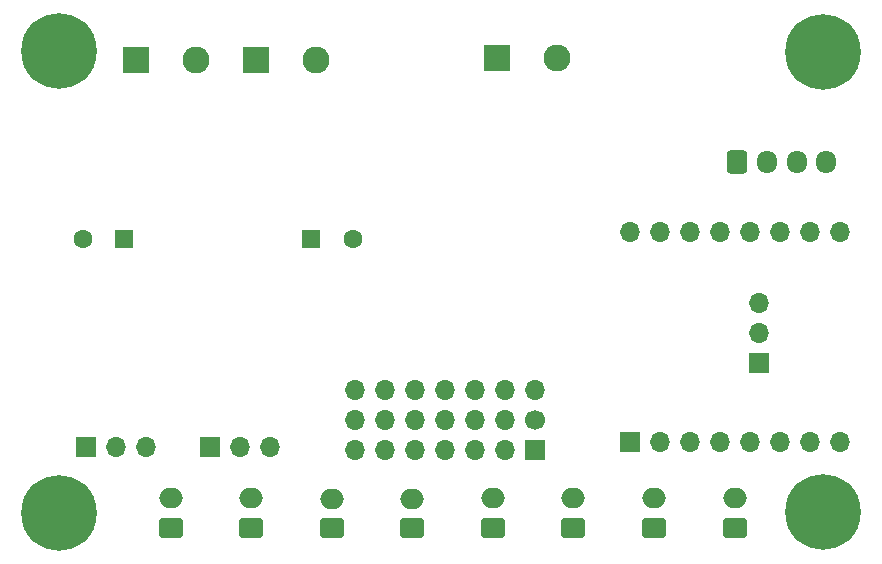
<source format=gbr>
G04 #@! TF.GenerationSoftware,KiCad,Pcbnew,7.0.5*
G04 #@! TF.CreationDate,2024-02-12T19:58:57-06:00*
G04 #@! TF.ProjectId,ATTinyBreakOut_DFRobot_Amp,41545469-6e79-4427-9265-616b4f75745f,rev?*
G04 #@! TF.SameCoordinates,Original*
G04 #@! TF.FileFunction,Soldermask,Bot*
G04 #@! TF.FilePolarity,Negative*
%FSLAX46Y46*%
G04 Gerber Fmt 4.6, Leading zero omitted, Abs format (unit mm)*
G04 Created by KiCad (PCBNEW 7.0.5) date 2024-02-12 19:58:57*
%MOMM*%
%LPD*%
G01*
G04 APERTURE LIST*
G04 Aperture macros list*
%AMRoundRect*
0 Rectangle with rounded corners*
0 $1 Rounding radius*
0 $2 $3 $4 $5 $6 $7 $8 $9 X,Y pos of 4 corners*
0 Add a 4 corners polygon primitive as box body*
4,1,4,$2,$3,$4,$5,$6,$7,$8,$9,$2,$3,0*
0 Add four circle primitives for the rounded corners*
1,1,$1+$1,$2,$3*
1,1,$1+$1,$4,$5*
1,1,$1+$1,$6,$7*
1,1,$1+$1,$8,$9*
0 Add four rect primitives between the rounded corners*
20,1,$1+$1,$2,$3,$4,$5,0*
20,1,$1+$1,$4,$5,$6,$7,0*
20,1,$1+$1,$6,$7,$8,$9,0*
20,1,$1+$1,$8,$9,$2,$3,0*%
G04 Aperture macros list end*
%ADD10R,2.286000X2.286000*%
%ADD11C,2.286000*%
%ADD12RoundRect,0.250000X0.750000X-0.600000X0.750000X0.600000X-0.750000X0.600000X-0.750000X-0.600000X0*%
%ADD13O,2.000000X1.700000*%
%ADD14R,1.700000X1.700000*%
%ADD15O,1.700000X1.700000*%
%ADD16C,1.700000*%
%ADD17C,6.400000*%
%ADD18RoundRect,0.250000X-0.600000X-0.725000X0.600000X-0.725000X0.600000X0.725000X-0.600000X0.725000X0*%
%ADD19O,1.700000X1.950000*%
%ADD20R,1.600000X1.600000*%
%ADD21C,1.600000*%
G04 APERTURE END LIST*
D10*
X149260000Y-73300000D03*
D11*
X154340000Y-73300000D03*
D12*
X169450000Y-113090000D03*
D13*
X169450000Y-110590000D03*
D10*
X118760000Y-73500000D03*
D11*
X123840000Y-73500000D03*
D14*
X171500000Y-99100000D03*
D15*
X171500000Y-96560000D03*
X171500000Y-94020000D03*
D16*
X152520000Y-103970000D03*
D15*
X152520000Y-101430000D03*
X149980000Y-103970000D03*
X149980000Y-101430000D03*
X147440000Y-103970000D03*
X147440000Y-101430000D03*
X144900000Y-103970000D03*
X144900000Y-101430000D03*
X142360000Y-103970000D03*
X142360000Y-101430000D03*
X139820000Y-103970000D03*
X139820000Y-101430000D03*
X137280000Y-103970000D03*
X137280000Y-101430000D03*
D12*
X121700000Y-113090000D03*
D13*
X121700000Y-110590000D03*
D14*
X160600000Y-105800000D03*
D15*
X160600000Y-88020000D03*
X163140000Y-105800000D03*
X163140000Y-88020000D03*
X165680000Y-105800000D03*
X165680000Y-88020000D03*
X168220000Y-105800000D03*
X168220000Y-88020000D03*
X170760000Y-105800000D03*
X170760000Y-88020000D03*
X173300000Y-105800000D03*
X173300000Y-88020000D03*
X175840000Y-105800000D03*
X175840000Y-88020000D03*
X178380000Y-105800000D03*
X178380000Y-88020000D03*
D12*
X162580000Y-113080000D03*
D13*
X162580000Y-110580000D03*
D12*
X142130000Y-113100000D03*
D13*
X142130000Y-110600000D03*
D17*
X176900000Y-111700000D03*
D12*
X148935000Y-113090000D03*
D13*
X148935000Y-110590000D03*
D18*
X169660000Y-82100000D03*
D19*
X172160000Y-82100000D03*
X174660000Y-82100000D03*
X177160000Y-82100000D03*
D20*
X117750000Y-88610000D03*
D21*
X114250000Y-88610000D03*
D12*
X135330000Y-113100000D03*
D13*
X135330000Y-110600000D03*
D14*
X114520000Y-106200000D03*
D15*
X117060000Y-106200000D03*
X119600000Y-106200000D03*
D14*
X152520000Y-106510000D03*
D15*
X149980000Y-106510000D03*
X147440000Y-106510000D03*
X144900000Y-106510000D03*
X142360000Y-106510000D03*
X139820000Y-106510000D03*
X137280000Y-106510000D03*
D12*
X155750000Y-113090000D03*
D13*
X155750000Y-110590000D03*
D10*
X128920000Y-73500000D03*
D11*
X134000000Y-73500000D03*
D14*
X125020000Y-106200000D03*
D15*
X127560000Y-106200000D03*
X130100000Y-106200000D03*
D17*
X112200000Y-72700000D03*
D20*
X133570000Y-88610000D03*
D21*
X137070000Y-88610000D03*
D12*
X128510000Y-113090000D03*
D13*
X128510000Y-110590000D03*
D17*
X176900000Y-72800000D03*
X112200000Y-111800000D03*
M02*

</source>
